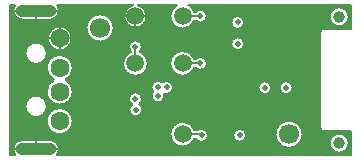
<source format=gbl>
G04 Layer: BottomLayer*
G04 EasyEDA Pro v2.1.64.d1969c9c.217bcf, 2024-08-09 12:31:45*
G04 Gerber Generator version 0.3*
G04 Scale: 100 percent, Rotated: No, Reflected: No*
G04 Dimensions in millimeters*
G04 Leading zeros omitted, absolute positions, 3 integers and 5 decimals*
%FSLAX35Y35*%
%MOMM*%
%ADD8191C,0.2032*%
%ADD10C,0.2*%
%ADD11C,0.155*%
%ADD12C,1.0*%
%ADD13C,1.7*%
%ADD14C,1.5*%
%ADD15O,3.49999X1.0*%
%ADD16C,1.6042*%
%ADD17C,1.6*%
%ADD18C,0.5*%
%ADD19C,0.6*%
G75*


G04 Copper Start*
G36*
G01X-3263966Y3724534D02*
G01X-3263966Y4993706D01*
G01X-3219873D01*
G03X-3236733Y4946180I58554J-47526D01*
G03X-3161319Y4870766I75414J0D01*
G01X-2921320D01*
G03X-2845906Y4946180I0J75414D01*
G03X-2862766Y4993706I-75414J0D01*
G01X-2217973D01*
G03X-2295414Y4900000I17973J-93706D01*
G03X-2200000Y4804586I95414J0D01*
G03X-2104586Y4900000I0J95414D01*
G03X-2182027Y4993706I-95414J0D01*
G01X-1848283D01*
G03X-1905414Y4900000I48283J-93706D01*
G03X-1800000Y4794586I105414J0D01*
G03X-1701736Y4861839I0J105414D01*
G01X-1690178D01*
G03X-1650001Y4844589I40177J38164D01*
G03X-1594587Y4900003I0J55414D01*
G03X-1650001Y4955417I-55414J0D01*
G03X-1690178Y4938167I0J-55414D01*
G01X-1701738D01*
G03X-1751716Y4993706I-98262J-38167D01*
G01X-374794D01*
G01Y4794534D01*
G01X-604354D01*
G03X-634768Y4764120I0J-30414D01*
G01Y3954120D01*
G03X-604354Y3923706I30414J0D01*
G01X-374768D01*
G01Y3724534D01*
G01X-2866366D01*
G03X-2845906Y3776180I-54954J51646D01*
G03X-2921320Y3851594I-75414J0D01*
G01X-3161319D01*
G03X-3236733Y3776180I0J-75414D01*
G03X-3216274Y3724534I75414J0D01*
G01X-3263966D01*
G37*
%LPC*%
G36*
G01X-2951734Y4261193D02*
G03X-2841320Y4150779I110414J0D01*
G03X-2730906Y4261193I0J110414D01*
G03X-2794509Y4361193I-110414J0D01*
G03X-2730906Y4461193I-46811J100000D01*
G03X-2841320Y4571606I-110414J0D01*
G03X-2951734Y4461193I0J-110414D01*
G03X-2888131Y4361193I110414J0D01*
G03X-2951734Y4261193I46811J-100000D01*
G37*
G36*
G01X-1800000Y3794586D02*
G03X-1701737Y3861836I0J105414D01*
G01X-1687723D01*
G03X-1640001Y3834588I47722J28166D01*
G03X-1584587Y3890002I0J55414D01*
G03X-1640001Y3945416I-55414J0D01*
G03X-1667407Y3938164I0J-55414D01*
G01X-1701737D01*
G03X-1800000Y4005414I-98263J-38164D01*
G03X-1905414Y3900000I0J-105414D01*
G03X-1800000Y3794586I105414J0D01*
G37*
G36*
G01X-1800000Y4394586D02*
G03X-1701736Y4461838I0J105414D01*
G01X-1690178D01*
G03X-1650001Y4444589I40177J38164D01*
G03X-1594587Y4500002I0J55414D01*
G03X-1650001Y4555416I-55414J0D01*
G03X-1690178Y4538166I0J-55414D01*
G01X-1701738D01*
G03X-1800000Y4605414I-98262J-38167D01*
G03X-1905414Y4500000I0J-105414D01*
G03X-1800000Y4394586I105414J0D01*
G37*
G36*
G01X-2200000Y4394586D02*
G03X-2094586Y4500000I0J105414D01*
G03X-2161836Y4598263I-105414J0D01*
G01Y4599993D01*
G03X-2144586Y4640170I-38164J40177D01*
G03X-2200000Y4695584I-55414J0D01*
G03X-2255414Y4640170I0J-55414D01*
G03X-2238164Y4599993I55414J0D01*
G01Y4598263D01*
G03X-2305414Y4500000I38164J-98263D01*
G03X-2200000Y4394586I105414J0D01*
G37*
G36*
G01X-2615414Y4800000D02*
G03X-2500000Y4684586I115414J0D01*
G03X-2384586Y4800000I0J115414D01*
G03X-2500000Y4915414I-115414J0D01*
G03X-2615414Y4800000I0J-115414D01*
G37*
G36*
G01X-900000Y3784586D02*
G03X-784586Y3900000I0J115414D01*
G03X-900000Y4015414I-115414J0D01*
G03X-1015414Y3900000I0J-115414D01*
G03X-900000Y3784586I115414J0D01*
G37*
G36*
G01X-2951734Y4011181D02*
G03X-2841320Y3900767I110414J0D01*
G03X-2730906Y4011181I0J110414D01*
G03X-2841320Y4121595I-110414J0D01*
G03X-2951734Y4011181I0J-110414D01*
G37*
G36*
G01X-2941734Y4711179D02*
G03X-2841320Y4610765I100414J0D01*
G03X-2740906Y4711179I0J100414D01*
G03X-2841320Y4811593I-100414J0D01*
G03X-2941734Y4711179I0J-100414D01*
G37*
G36*
G01X-2065014Y4223750D02*
G03X-2009600Y4168336I55414J0D01*
G03X-1954186Y4223750I0J55414D01*
G03X-1958866Y4246038I-55414J0D01*
G03X-1936744Y4241431I22121J50807D01*
G03X-1881331Y4296845I0J55414D01*
G03X-1936744Y4352259I-55414J0D01*
G03X-1973172Y4338602I0J-55414D01*
G03X-2009600Y4352259I-36428J-41758D01*
G03X-2065014Y4296845I0J-55414D01*
G03X-2051253Y4260297I55414J0D01*
G03X-2065014Y4223750I41653J-36547D01*
G37*
G36*
G01X-3131734Y4586186D02*
G03X-3041320Y4495772I90414J0D01*
G03X-2950906Y4586186I0J90414D01*
G03X-3041320Y4676600I-90414J0D01*
G03X-3131734Y4586186I0J-90414D01*
G37*
G36*
G01X-3041320Y4045786D02*
G03X-2950906Y4136200I0J90414D01*
G03X-3041320Y4226613I-90414J0D01*
G03X-3131734Y4136200I0J-90414D01*
G03X-3041320Y4045786I90414J0D01*
G37*
G36*
G01X-475130Y3744166D02*
G03X-394716Y3824580I0J80414D01*
G03X-475130Y3904994I-80414J0D01*
G03X-555544Y3824580I0J-80414D01*
G03X-475130Y3744166I80414J0D01*
G37*
G36*
G01X-474980Y4814166D02*
G03X-394566Y4894580I0J80414D01*
G03X-474980Y4974994I-80414J0D01*
G03X-555394Y4894580I0J-80414D01*
G03X-474980Y4814166I80414J0D01*
G37*
G36*
G01X-2196160Y4050242D02*
G03X-2140746Y4105656I0J55414D01*
G03X-2169090Y4154008I-55414J0D01*
G03X-2144586Y4200000I-30910J45992D01*
G03X-2200000Y4255414I-55414J0D01*
G03X-2255414Y4200000I0J-55414D01*
G03X-2227070Y4151648I55414J0D01*
G03X-2251574Y4105656I30910J-45992D01*
G03X-2196160Y4050242I55414J0D01*
G37*
G36*
G01X-979974Y4293718D02*
G03X-924560Y4238304I55414J0D01*
G03X-869146Y4293718I0J55414D01*
G03X-924560Y4349132I-55414J0D01*
G03X-979974Y4293718I0J-55414D01*
G37*
G36*
G01X-1334618Y4790906D02*
G03X-1279204Y4846320I0J55414D01*
G03X-1334618Y4901734I-55414J0D01*
G03X-1390032Y4846320I0J-55414D01*
G03X-1334618Y4790906I55414J0D01*
G37*
G36*
G01X-1390032Y4665980D02*
G03X-1334618Y4610566I55414J0D01*
G03X-1279204Y4665980I0J55414D01*
G03X-1334618Y4721394I-55414J0D01*
G03X-1390032Y4665980I0J-55414D01*
G37*
G36*
G01X-1373073Y3891279D02*
G03X-1317659Y3835865I55414J0D01*
G03X-1262245Y3891279I0J55414D01*
G03X-1317659Y3946693I-55414J0D01*
G03X-1373073Y3891279I0J-55414D01*
G37*
G36*
G01X-1160314Y4293718D02*
G03X-1104900Y4238304I55414J0D01*
G03X-1049486Y4293718I0J55414D01*
G03X-1104900Y4349132I-55414J0D01*
G03X-1160314Y4293718I0J-55414D01*
G37*
%LPD*%
G54D8191*
G01X-3263966Y3724534D02*
G01X-3263966Y4993706D01*
G01X-3219873D01*
G03X-3236733Y4946180I58554J-47526D01*
G03X-3161319Y4870766I75414J0D01*
G01X-2921320D01*
G03X-2845906Y4946180I0J75414D01*
G03X-2862766Y4993706I-75414J0D01*
G01X-2217973D01*
G03X-2295414Y4900000I17973J-93706D01*
G03X-2200000Y4804586I95414J0D01*
G03X-2104586Y4900000I0J95414D01*
G03X-2182027Y4993706I-95414J0D01*
G01X-1848283D01*
G03X-1905414Y4900000I48283J-93706D01*
G03X-1800000Y4794586I105414J0D01*
G03X-1701736Y4861839I0J105414D01*
G01X-1690178D01*
G03X-1650001Y4844589I40177J38164D01*
G03X-1594587Y4900003I0J55414D01*
G03X-1650001Y4955417I-55414J0D01*
G03X-1690178Y4938167I0J-55414D01*
G01X-1701738D01*
G03X-1751716Y4993706I-98262J-38167D01*
G01X-374794D01*
G01Y4794534D01*
G01X-604354D01*
G03X-634768Y4764120I0J-30414D01*
G01Y3954120D01*
G03X-604354Y3923706I30414J0D01*
G01X-374768D01*
G01Y3724534D01*
G01X-2866366D01*
G03X-2845906Y3776180I-54954J51646D01*
G03X-2921320Y3851594I-75414J0D01*
G01X-3161319D01*
G03X-3236733Y3776180I0J-75414D01*
G03X-3216274Y3724534I75414J0D01*
G01X-3263966D01*
G01X-2951734Y4261193D02*
G03X-2841320Y4150779I110414J0D01*
G03X-2730906Y4261193I0J110414D01*
G03X-2794509Y4361193I-110414J0D01*
G03X-2730906Y4461193I-46811J100000D01*
G03X-2841320Y4571606I-110414J0D01*
G03X-2951734Y4461193I0J-110414D01*
G03X-2888131Y4361193I110414J0D01*
G03X-2951734Y4261193I46811J-100000D01*
G01X-1800000Y3794586D02*
G03X-1701737Y3861836I0J105414D01*
G01X-1687723D01*
G03X-1640001Y3834588I47722J28166D01*
G03X-1584587Y3890002I0J55414D01*
G03X-1640001Y3945416I-55414J0D01*
G03X-1667407Y3938164I0J-55414D01*
G01X-1701737D01*
G03X-1800000Y4005414I-98263J-38164D01*
G03X-1905414Y3900000I0J-105414D01*
G03X-1800000Y3794586I105414J0D01*
G01X-1800000Y4394586D02*
G03X-1701736Y4461838I0J105414D01*
G01X-1690178D01*
G03X-1650001Y4444589I40177J38164D01*
G03X-1594587Y4500002I0J55414D01*
G03X-1650001Y4555416I-55414J0D01*
G03X-1690178Y4538166I0J-55414D01*
G01X-1701738D01*
G03X-1800000Y4605414I-98262J-38167D01*
G03X-1905414Y4500000I0J-105414D01*
G03X-1800000Y4394586I105414J0D01*
G01X-2200000Y4394586D02*
G03X-2094586Y4500000I0J105414D01*
G03X-2161836Y4598263I-105414J0D01*
G01Y4599993D01*
G03X-2144586Y4640170I-38164J40177D01*
G03X-2200000Y4695584I-55414J0D01*
G03X-2255414Y4640170I0J-55414D01*
G03X-2238164Y4599993I55414J0D01*
G01Y4598263D01*
G03X-2305414Y4500000I38164J-98263D01*
G03X-2200000Y4394586I105414J0D01*
G01X-2615414Y4800000D02*
G03X-2500000Y4684586I115414J0D01*
G03X-2384586Y4800000I0J115414D01*
G03X-2500000Y4915414I-115414J0D01*
G03X-2615414Y4800000I0J-115414D01*
G01X-900000Y3784586D02*
G03X-784586Y3900000I0J115414D01*
G03X-900000Y4015414I-115414J0D01*
G03X-1015414Y3900000I0J-115414D01*
G03X-900000Y3784586I115414J0D01*
G01X-2951734Y4011181D02*
G03X-2841320Y3900767I110414J0D01*
G03X-2730906Y4011181I0J110414D01*
G03X-2841320Y4121595I-110414J0D01*
G03X-2951734Y4011181I0J-110414D01*
G01X-2941734Y4711179D02*
G03X-2841320Y4610765I100414J0D01*
G03X-2740906Y4711179I0J100414D01*
G03X-2841320Y4811593I-100414J0D01*
G03X-2941734Y4711179I0J-100414D01*
G01X-2065014Y4223750D02*
G03X-2009600Y4168336I55414J0D01*
G03X-1954186Y4223750I0J55414D01*
G03X-1958866Y4246038I-55414J0D01*
G03X-1936744Y4241431I22121J50807D01*
G03X-1881331Y4296845I0J55414D01*
G03X-1936744Y4352259I-55414J0D01*
G03X-1973172Y4338602I0J-55414D01*
G03X-2009600Y4352259I-36428J-41758D01*
G03X-2065014Y4296845I0J-55414D01*
G03X-2051253Y4260297I55414J0D01*
G03X-2065014Y4223750I41653J-36547D01*
G01X-3131734Y4586186D02*
G03X-3041320Y4495772I90414J0D01*
G03X-2950906Y4586186I0J90414D01*
G03X-3041320Y4676600I-90414J0D01*
G03X-3131734Y4586186I0J-90414D01*
G01X-3041320Y4045786D02*
G03X-2950906Y4136200I0J90414D01*
G03X-3041320Y4226613I-90414J0D01*
G03X-3131734Y4136200I0J-90414D01*
G03X-3041320Y4045786I90414J0D01*
G01X-475130Y3744166D02*
G03X-394716Y3824580I0J80414D01*
G03X-475130Y3904994I-80414J0D01*
G03X-555544Y3824580I0J-80414D01*
G03X-475130Y3744166I80414J0D01*
G01X-474980Y4814166D02*
G03X-394566Y4894580I0J80414D01*
G03X-474980Y4974994I-80414J0D01*
G03X-555394Y4894580I0J-80414D01*
G03X-474980Y4814166I80414J0D01*
G01X-2196160Y4050242D02*
G03X-2140746Y4105656I0J55414D01*
G03X-2169090Y4154008I-55414J0D01*
G03X-2144586Y4200000I-30910J45992D01*
G03X-2200000Y4255414I-55414J0D01*
G03X-2255414Y4200000I0J-55414D01*
G03X-2227070Y4151648I55414J0D01*
G03X-2251574Y4105656I30910J-45992D01*
G03X-2196160Y4050242I55414J0D01*
G01X-979974Y4293718D02*
G03X-924560Y4238304I55414J0D01*
G03X-869146Y4293718I0J55414D01*
G03X-924560Y4349132I-55414J0D01*
G03X-979974Y4293718I0J-55414D01*
G01X-1334618Y4790906D02*
G03X-1279204Y4846320I0J55414D01*
G03X-1334618Y4901734I-55414J0D01*
G03X-1390032Y4846320I0J-55414D01*
G03X-1334618Y4790906I55414J0D01*
G01X-1390032Y4665980D02*
G03X-1334618Y4610566I55414J0D01*
G03X-1279204Y4665980I0J55414D01*
G03X-1334618Y4721394I-55414J0D01*
G03X-1390032Y4665980I0J-55414D01*
G01X-1373073Y3891279D02*
G03X-1317659Y3835865I55414J0D01*
G03X-1262245Y3891279I0J55414D01*
G03X-1317659Y3946693I-55414J0D01*
G03X-1373073Y3891279I0J-55414D01*
G01X-1160314Y4293718D02*
G03X-1104900Y4238304I55414J0D01*
G03X-1049486Y4293718I0J55414D01*
G03X-1104900Y4349132I-55414J0D01*
G03X-1160314Y4293718I0J-55414D01*
G54D10*
G01X-2200000Y4900000D02*
G01X-2109252Y4900000D01*
G01X-2200000Y4900000D02*
G01X-2290748Y4900000D01*
G01X-2200000Y4900000D02*
G01X-2200000Y4809252D01*
G01X-3041320Y3776180D02*
G01X-3041320Y3846928D01*
G01X-3041320Y3776180D02*
G01X-2850572Y3776180D01*
G01X-3041320Y3776180D02*
G01X-3232067Y3776180D01*
G01X-3041320Y4946180D02*
G01X-3041320Y4875432D01*
G01X-3041320Y4946180D02*
G01X-2850572Y4946180D01*
G01X-3041320Y4946180D02*
G01X-3232067Y4946180D01*
G01X-2841320Y4711179D02*
G01X-2841320Y4806927D01*
G01X-2841320Y4711179D02*
G01X-2841320Y4615431D01*
G01X-2841320Y4711179D02*
G01X-2745572Y4711179D01*
G01X-2841320Y4711179D02*
G01X-2937068Y4711179D01*
G04 Copper End*

G04 PolygonModel Start*
G54D11*
G01X-1650001Y4500002D02*
G01X-1799997Y4500002D01*
G01X-1800000Y4500000D01*
G01X-1650001Y4900003D02*
G01X-1799997Y4900003D01*
G01X-1800000Y4900000D01*
G01X-2200000Y4500000D02*
G01X-2200000Y4640170D01*
G01X-1640001Y3890002D02*
G01X-1649999Y3900000D01*
G01X-1800000D01*
G04 PolygonModel End*

G04 Pad Start*
G54D12*
G01X-474980Y4894580D03*
G01X-475130Y3824580D03*
G54D13*
G01X-2500000Y4800000D03*
G01X-900000Y3900000D03*
G54D14*
G01X-1800000Y4500000D03*
G01X-1800000Y4900000D03*
G01X-1800000Y3900000D03*
G01X-2200000Y4500000D03*
G01X-2200000Y4900000D03*
G54D15*
G01X-3041320Y3776180D03*
G01X-3041320Y4946180D03*
G54D17*
G01X-2841320Y4711179D03*
G01X-2841320Y4461193D03*
G01X-2841320Y4261193D03*
G01X-2841320Y4011181D03*
G04 Pad End*

G04 Via Start*
G54D18*
G01X-2200000Y4200000D03*
G01X-2009600Y4296845D03*
G01X-1936744Y4296845D03*
G01X-2009600Y4223750D03*
G01X-2196160Y4105656D03*
G01X-924560Y4293718D03*
G01X-1104900Y4293718D03*
G01X-1334618Y4665980D03*
G01X-1334618Y4846320D03*
G01X-1317659Y3891279D03*
G01X-1650001Y4500002D03*
G01X-1650001Y4900003D03*
G01X-2200000Y4640170D03*
G01X-1640001Y3890002D03*
G54D19*
G01X-3200000Y4800000D03*
G01X-2600000Y4200000D03*
G01X-2400000Y4200000D03*
G01X-2600000Y4600000D03*
G01X-2400000Y4600000D03*
G01X-2000000Y4800000D03*
G01X-1100000Y4800000D03*
G01X-700000Y4000000D03*
G01X-700000Y3800000D03*
G01X-1100000Y4000000D03*
G01X-1100000Y3800000D03*
G01X-2000000Y3800000D03*
G01X-2000000Y4600000D03*
G04 Via End*

M02*

</source>
